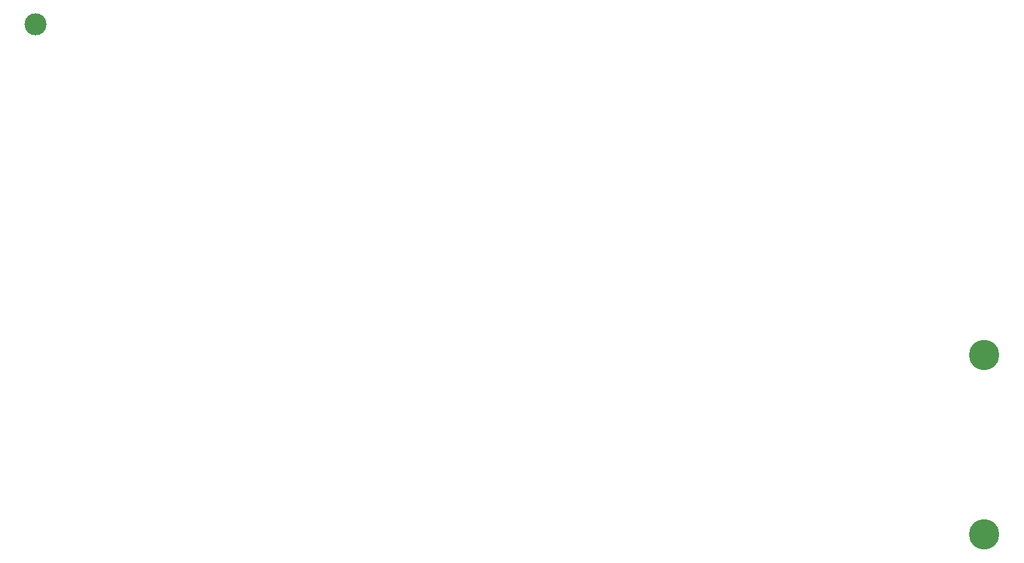
<source format=gbr>
G04 PROTEUS GERBER X2 FILE*
%TF.GenerationSoftware,Labcenter,Proteus,8.13-SP0-Build31525*%
%TF.CreationDate,2025-11-15T21:06:59+00:00*%
%TF.FileFunction,NonPlated,1,2,NPTH*%
%TF.FilePolarity,Positive*%
%TF.Part,Single*%
%TF.SameCoordinates,{cc02ee6e-adca-4851-b155-35c3e6c58354}*%
%FSLAX45Y45*%
%MOMM*%
G01*
%TA.AperFunction,ComponentDrill*%
%ADD80C,4.114800*%
%TA.AperFunction,ComponentDrill*%
%ADD81C,2.997200*%
%TD.AperFunction*%
D80*
X+13136909Y-3278940D03*
X+13136909Y-5717340D03*
D81*
X+246000Y+1220000D03*
M02*

</source>
